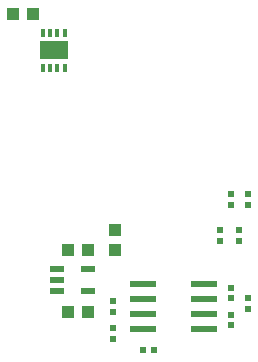
<source format=gbr>
G04 EAGLE Gerber RS-274X export*
G75*
%MOMM*%
%FSLAX34Y34*%
%LPD*%
%INSolderpaste Bottom*%
%IPPOS*%
%AMOC8*
5,1,8,0,0,1.08239X$1,22.5*%
G01*
%ADD10R,1.100000X1.000000*%
%ADD11R,1.000000X1.100000*%
%ADD12R,0.600000X0.600000*%
%ADD13R,1.200000X0.550000*%
%ADD14R,2.200000X0.600000*%
%ADD15R,0.350000X0.750000*%
%ADD16R,2.400000X1.600000*%


D10*
X84192Y182372D03*
X67192Y182372D03*
X84192Y130302D03*
X67192Y130302D03*
D11*
X107188Y182762D03*
X107188Y199762D03*
D12*
X220218Y132660D03*
X220218Y141660D03*
X105664Y130120D03*
X105664Y139120D03*
X219964Y221052D03*
X219964Y230052D03*
X212598Y199318D03*
X212598Y190318D03*
X196342Y199318D03*
X196342Y190318D03*
X205232Y221052D03*
X205232Y230052D03*
X205486Y141804D03*
X205486Y150804D03*
X105664Y107260D03*
X105664Y116260D03*
D13*
X58119Y147472D03*
X58119Y156972D03*
X58119Y166472D03*
X84121Y166472D03*
X84121Y147472D03*
D14*
X182972Y140716D03*
X130972Y140716D03*
X182972Y153416D03*
X182972Y128016D03*
X182972Y115316D03*
X130972Y153416D03*
X130972Y128016D03*
X130972Y115316D03*
D12*
X205486Y118944D03*
X205486Y127944D03*
X140136Y98044D03*
X131136Y98044D03*
D15*
X65126Y336536D03*
X58626Y336536D03*
X52126Y336536D03*
X46126Y336536D03*
X65126Y366536D03*
X58626Y366536D03*
X52126Y366536D03*
X46126Y366536D03*
D16*
X55626Y351536D03*
D10*
X37710Y382016D03*
X20710Y382016D03*
M02*

</source>
